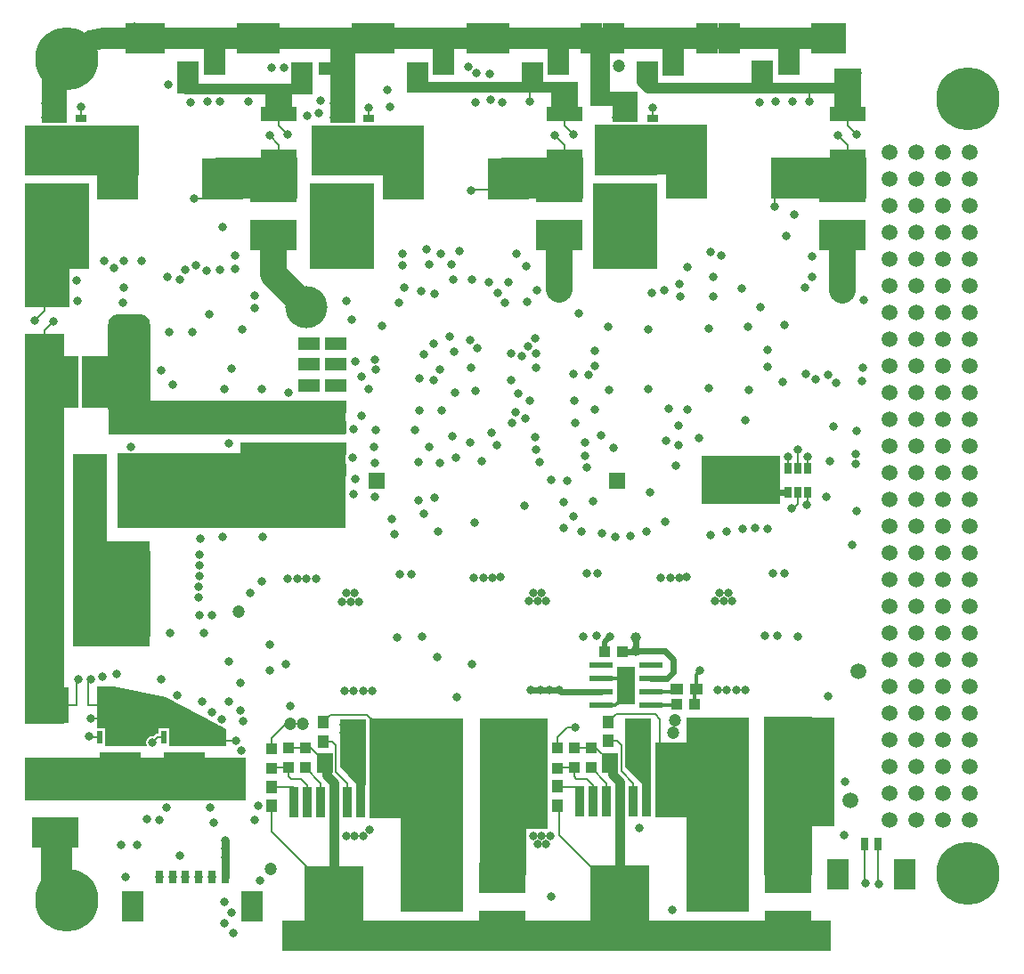
<source format=gtl>
%FSLAX44Y44*%
%MOMM*%
G71*
G01*
G75*
G04 Layer_Physical_Order=1*
G04 Layer_Color=255*
%ADD10C,2.0000*%
%ADD11R,1.0000X1.1000*%
%ADD12R,1.2000X1.1000*%
%ADD13R,4.0000X4.0000*%
%ADD14R,0.6100X1.2700*%
%ADD15R,3.9100X3.7500*%
G04:AMPARAMS|DCode=16|XSize=4mm|YSize=10mm|CornerRadius=1mm|HoleSize=0mm|Usage=FLASHONLY|Rotation=0.000|XOffset=0mm|YOffset=0mm|HoleType=Round|Shape=RoundedRectangle|*
%AMROUNDEDRECTD16*
21,1,4.0000,8.0000,0,0,0.0*
21,1,2.0000,10.0000,0,0,0.0*
1,1,2.0000,1.0000,-4.0000*
1,1,2.0000,-1.0000,-4.0000*
1,1,2.0000,-1.0000,4.0000*
1,1,2.0000,1.0000,4.0000*
%
%ADD16ROUNDEDRECTD16*%
%ADD17R,0.9100X3.0000*%
%ADD18R,5.6000X6.3500*%
%ADD19R,1.0000X0.7000*%
%ADD20R,1.1000X1.1000*%
%ADD21R,1.1000X1.2000*%
%ADD22R,1.5000X1.9000*%
%ADD23R,4.5000X3.0000*%
%ADD24R,6.0000X6.0000*%
%ADD25R,6.0000X2.0000*%
%ADD26R,2.1000X3.0000*%
%ADD27R,0.8000X1.3000*%
%ADD28R,3.5000X1.4000*%
%ADD29R,1.4000X3.5000*%
%ADD30R,0.6500X1.0500*%
%ADD31R,2.0000X1.2000*%
%ADD32R,3.2000X1.0000*%
%ADD33R,2.2000X0.6000*%
%ADD34R,1.8000X3.6000*%
%ADD35C,0.6000*%
%ADD36C,0.5000*%
%ADD37C,0.2000*%
%ADD38C,0.3000*%
%ADD39C,3.0000*%
%ADD40C,0.8000*%
%ADD41C,1.0000*%
%ADD42C,0.9000*%
%ADD43C,2.5000*%
%ADD44R,7.4500X4.6250*%
%ADD45R,9.9750X4.0250*%
%ADD46R,5.1750X10.4000*%
%ADD47R,4.5050X10.5100*%
%ADD48R,6.0000X12.8250*%
%ADD49R,3.6750X7.1250*%
%ADD50R,4.4500X9.4500*%
%ADD51R,3.3500X4.9500*%
%ADD52R,2.7750X4.9500*%
%ADD53R,2.4750X3.0000*%
%ADD54R,1.6750X2.9750*%
%ADD55R,3.4750X1.4000*%
%ADD56R,1.9750X6.4580*%
%ADD57R,1.0000X0.5750*%
%ADD58R,6.0000X14.0500*%
%ADD59R,2.4000X2.8960*%
%ADD60R,6.1000X8.1000*%
%ADD61R,10.7750X4.8000*%
%ADD62R,7.8000X3.9750*%
%ADD63R,2.4320X7.9440*%
%ADD64R,3.8000X37.1000*%
%ADD65R,21.1000X4.0500*%
%ADD66R,10.8840X4.8000*%
%ADD67R,2.4000X6.0670*%
%ADD68R,52.1900X2.9500*%
%ADD69R,4.5050X14.9600*%
%ADD70R,0.9250X1.1250*%
%ADD71R,4.5300X15.0600*%
%ADD72R,4.3240X3.9600*%
%ADD73R,2.0500X3.1000*%
%ADD74R,2.0500X3.1500*%
%ADD75R,2.5750X2.6000*%
%ADD76R,2.0750X2.9750*%
%ADD77R,2.0500X2.4750*%
%ADD78R,2.5250X2.6750*%
%ADD79R,2.0750X1.9250*%
%ADD80R,2.0500X2.6500*%
%ADD81R,2.6500X3.9750*%
%ADD82R,2.0500X3.3750*%
%ADD83R,2.0500X3.8750*%
%ADD84R,2.0500X3.2750*%
%ADD85R,2.0500X3.4000*%
%ADD86R,2.0500X3.1250*%
%ADD87R,2.4250X1.3000*%
%ADD88R,22.6250X3.2250*%
%ADD89R,21.7000X7.1000*%
%ADD90R,3.2250X18.4000*%
%ADD91R,6.9750X10.0250*%
%ADD92R,1.5000X1.5000*%
%ADD93C,2.5000*%
%ADD94C,4.0000*%
%ADD95C,1.5000*%
%ADD96R,1.5000X1.5000*%
%ADD97C,0.8000*%
%ADD98C,1.0000*%
%ADD99C,1.2000*%
%ADD100C,6.0000*%
%ADD101C,1.7000*%
%ADD102C,1.8000*%
%ADD103C,0.6600*%
G36*
X284500Y108788D02*
X283495Y108012D01*
X275853Y110000D01*
X260000Y126500D01*
Y171750D01*
X284500D01*
Y108788D01*
D02*
G37*
G36*
X556000Y109038D02*
X554995Y108261D01*
X547353Y110250D01*
X531500Y126750D01*
Y172000D01*
X556000D01*
Y109038D01*
D02*
G37*
G36*
X94500Y192750D02*
X142780Y167141D01*
X142924Y166924D01*
X144909Y165598D01*
X146155Y165350D01*
X152000Y162250D01*
Y146000D01*
X97950D01*
Y146650D01*
X97950D01*
Y163350D01*
X87850D01*
Y158059D01*
X86250D01*
X86250Y158059D01*
X85079Y157826D01*
X84087Y157163D01*
X82667Y155743D01*
X82004Y155875D01*
X79663Y155409D01*
X77678Y154083D01*
X76352Y152098D01*
X75887Y149757D01*
X76352Y147416D01*
X76550Y147120D01*
X75951Y146000D01*
X36950D01*
Y146650D01*
X36950D01*
Y163350D01*
X29000D01*
Y203000D01*
X45000D01*
X94500Y192750D01*
D02*
G37*
D10*
X33851Y819080D02*
G03*
X15891Y811640I0J-25400D01*
G01*
X158250Y819080D02*
X172110D01*
X192610D01*
X281110D01*
X410860D02*
X499360D01*
X33851D02*
X83610D01*
X158250D01*
X281110D02*
X301860D01*
X390360D01*
X410860D01*
X499360D02*
X718360D01*
D11*
X528999Y236000D02*
D03*
X511999D02*
D03*
X597499Y186000D02*
D03*
X580499D02*
D03*
D12*
X598500Y200500D02*
D03*
X580500D02*
D03*
D13*
X602500Y115500D02*
D03*
X702500D02*
D03*
X331500D02*
D03*
X431500D02*
D03*
X48740Y685880D02*
D03*
X148740D02*
D03*
X320220Y685860D02*
D03*
X420220D02*
D03*
X589560Y686090D02*
D03*
X689560D02*
D03*
D14*
X131000Y155000D02*
D03*
X118300D02*
D03*
X105600D02*
D03*
X92900D02*
D03*
Y101600D02*
D03*
X105600D02*
D03*
X118300D02*
D03*
X131000D02*
D03*
X70000Y155000D02*
D03*
X57300D02*
D03*
X44600D02*
D03*
X31900D02*
D03*
Y101600D02*
D03*
X44600D02*
D03*
X57300D02*
D03*
X70000D02*
D03*
D15*
X111950Y121700D02*
D03*
X50950D02*
D03*
D16*
X59480Y290660D02*
D03*
Y506900D02*
D03*
D17*
X564300Y93400D02*
D03*
X551600D02*
D03*
X538900D02*
D03*
X526200D02*
D03*
X513500D02*
D03*
X500800D02*
D03*
X488100D02*
D03*
X216600Y93150D02*
D03*
X229300D02*
D03*
X242000D02*
D03*
X254700D02*
D03*
X267400D02*
D03*
X280100D02*
D03*
X292800D02*
D03*
D18*
X526200Y1150D02*
D03*
X254700Y900D02*
D03*
D19*
X557000Y724000D02*
D03*
Y733500D02*
D03*
Y743000D02*
D03*
X531000Y743000D02*
D03*
Y733500D02*
D03*
Y724000D02*
D03*
X261750Y723750D02*
D03*
Y733250D02*
D03*
Y742750D02*
D03*
X287750Y742750D02*
D03*
Y733250D02*
D03*
Y723750D02*
D03*
X13750Y723750D02*
D03*
Y733250D02*
D03*
Y742750D02*
D03*
X-12250Y742750D02*
D03*
Y733250D02*
D03*
Y723750D02*
D03*
D20*
X498600Y144900D02*
D03*
Y125900D02*
D03*
X482600Y144900D02*
D03*
Y125900D02*
D03*
X466500Y125250D02*
D03*
Y144250D02*
D03*
X227100Y144650D02*
D03*
Y125650D02*
D03*
X211100Y144650D02*
D03*
Y125650D02*
D03*
X195000Y125000D02*
D03*
Y144000D02*
D03*
D21*
X515500Y169000D02*
D03*
Y151000D02*
D03*
X244000Y168750D02*
D03*
Y150750D02*
D03*
X195000Y107500D02*
D03*
Y89500D02*
D03*
X466500Y107750D02*
D03*
Y89750D02*
D03*
D22*
X517000Y130000D02*
D03*
X548000D02*
D03*
X245500Y129750D02*
D03*
X276500D02*
D03*
D23*
X197090Y631830D02*
D03*
Y677830D02*
D03*
X468570Y631810D02*
D03*
Y677810D02*
D03*
X737910Y632040D02*
D03*
Y678040D02*
D03*
X414700Y-25150D02*
D03*
Y20850D02*
D03*
X686200Y-24900D02*
D03*
Y21100D02*
D03*
X-10500Y64000D02*
D03*
Y110000D02*
D03*
D24*
X-8910Y650730D02*
D03*
X263000Y650900D02*
D03*
X532000D02*
D03*
X347500Y17950D02*
D03*
X619000Y18200D02*
D03*
D25*
X-8910Y698830D02*
D03*
X263000Y699000D02*
D03*
X532000D02*
D03*
X347500Y-30150D02*
D03*
X619000Y-29900D02*
D03*
D26*
X83610Y819080D02*
D03*
X172110D02*
D03*
X390360D02*
D03*
X301860D02*
D03*
X520359Y819080D02*
D03*
X608859D02*
D03*
X281110Y819080D02*
D03*
X192610D02*
D03*
X410860D02*
D03*
X499360D02*
D03*
X718360Y819130D02*
D03*
X629860D02*
D03*
X62890Y-6380D02*
D03*
X176390D02*
D03*
X733390Y24620D02*
D03*
X796890D02*
D03*
D27*
X109250Y790700D02*
D03*
X121750D02*
D03*
X134250D02*
D03*
X146750D02*
D03*
X365000D02*
D03*
X352500D02*
D03*
X340000D02*
D03*
X327500D02*
D03*
X545999Y790700D02*
D03*
X558499D02*
D03*
X570999D02*
D03*
X583499D02*
D03*
X255750Y790700D02*
D03*
X243250D02*
D03*
X230750D02*
D03*
X218250D02*
D03*
X436500D02*
D03*
X449000D02*
D03*
X461500D02*
D03*
X474000D02*
D03*
X693000Y790750D02*
D03*
X680500D02*
D03*
X668000D02*
D03*
X655500D02*
D03*
X125750Y22000D02*
D03*
X113250D02*
D03*
X100750D02*
D03*
X88250D02*
D03*
X138250D02*
D03*
X150750D02*
D03*
X758750Y53000D02*
D03*
X771250D02*
D03*
D28*
X-21000Y571500D02*
D03*
Y530500D02*
D03*
X202090Y747330D02*
D03*
Y706330D02*
D03*
X473570Y706310D02*
D03*
Y747310D02*
D03*
X742910Y747540D02*
D03*
Y706540D02*
D03*
D29*
X36500Y185000D02*
D03*
X-4500D02*
D03*
D30*
X685750Y387500D02*
D03*
X695250D02*
D03*
X704750D02*
D03*
Y410000D02*
D03*
X695250D02*
D03*
X685750D02*
D03*
D31*
X255750Y409000D02*
D03*
X230750D02*
D03*
X255750Y429000D02*
D03*
X230750D02*
D03*
X255750Y449000D02*
D03*
X230750D02*
D03*
X255750Y469000D02*
D03*
X230750D02*
D03*
X255750Y489000D02*
D03*
X230750D02*
D03*
X255750Y509000D02*
D03*
X230750D02*
D03*
X255750Y529000D02*
D03*
X230750D02*
D03*
D32*
X22000Y415000D02*
D03*
X70000D02*
D03*
X22000Y395000D02*
D03*
X70000D02*
D03*
X22000Y375000D02*
D03*
X70000D02*
D03*
D33*
X508000Y223050D02*
D03*
Y210350D02*
D03*
Y197650D02*
D03*
Y184950D02*
D03*
X556000Y223050D02*
D03*
Y210350D02*
D03*
Y197650D02*
D03*
Y184950D02*
D03*
D34*
X532000Y204000D02*
D03*
D35*
X624360Y398780D02*
X635640Y387500D01*
X685750D01*
X528999Y236000D02*
X541250D01*
X468290Y199600D02*
X470240Y197650D01*
X508000D01*
X541750Y240000D02*
Y249250D01*
Y236500D02*
X569000D01*
X577250Y228250D01*
Y216750D02*
Y228250D01*
X570850Y210350D02*
X577250Y216750D01*
X556000Y210350D02*
X570850D01*
X441540Y199600D02*
X468290D01*
D36*
X511999Y244999D02*
X517000Y250000D01*
X511999Y236000D02*
Y244999D01*
D37*
X476250Y164000D02*
X483500D01*
X466500Y154250D02*
X476250Y164000D01*
X508000Y184950D02*
X509200Y183750D01*
X292000Y91500D02*
Y169750D01*
X285750Y176000D02*
X292000Y169750D01*
X251250Y176000D02*
X285750D01*
X466500Y89750D02*
X468250Y88000D01*
Y61750D02*
Y88000D01*
Y61750D02*
X526200Y3800D01*
X36500Y172250D02*
Y185000D01*
X23000Y172250D02*
X36500D01*
X422800Y119150D02*
Y142200D01*
X666550Y172200D02*
X694300D01*
X564250Y92500D02*
Y171750D01*
X559750Y176250D02*
X564250Y171750D01*
Y92500D02*
X565000Y91750D01*
X134493Y151507D02*
X161508D01*
X19000Y157250D02*
X21250Y155000D01*
X31900D01*
X82004Y149757D02*
Y150754D01*
X86250Y155000D01*
X92900D01*
X201500Y771000D02*
X230000D01*
X10000Y185000D02*
Y210000D01*
X694300Y119400D02*
Y172200D01*
X21000Y185000D02*
Y210000D01*
X466500Y107100D02*
X488100D01*
X466000D02*
X466500D01*
X195000Y106850D02*
X216600D01*
X194500D02*
X195000D01*
X557000Y743000D02*
Y753000D01*
X287750Y742750D02*
Y753250D01*
X771250Y16500D02*
X772500Y15250D01*
X689422Y371828D02*
X690000Y371250D01*
X742910Y736320D02*
Y747540D01*
Y736320D02*
X751420Y727810D01*
X742910Y706540D02*
Y718020D01*
X733820Y727110D02*
X742910Y718020D01*
X673820Y670350D02*
X689560Y686090D01*
X673820Y659210D02*
Y670350D01*
X473570Y736090D02*
Y747310D01*
Y736090D02*
X482080Y727580D01*
X473570Y706310D02*
Y717790D01*
X464480Y726880D02*
X473570Y717790D01*
X129860Y667000D02*
X148740Y685880D01*
X193000Y726900D02*
X202090Y717810D01*
Y706330D02*
Y717810D01*
Y736110D02*
X210600Y727600D01*
X202090Y736110D02*
Y747330D01*
X-4500Y185000D02*
X10000D01*
X21000D02*
X36500D01*
X195000Y65000D02*
X254700Y5300D01*
X195000Y65000D02*
Y89500D01*
X256000Y121850D02*
Y147000D01*
X211100Y144650D02*
X227100D01*
X199500Y125650D02*
X211100D01*
X229300Y93150D02*
Y108750D01*
X223100Y114950D02*
X229300Y108750D01*
X213500Y114950D02*
X223100D01*
X211100Y117350D02*
X213500Y114950D01*
X211100Y117350D02*
Y125650D01*
X242000Y93150D02*
Y110750D01*
X227100Y125650D02*
X242000Y110750D01*
X267400Y93150D02*
Y110450D01*
X256000Y121850D02*
X267400Y110450D01*
X252250Y150750D02*
X256000Y147000D01*
X244000Y150750D02*
X252250D01*
X244000Y168750D02*
X251250Y176000D01*
X227100Y144650D02*
X232100D01*
X245500Y131250D01*
X515500Y151000D02*
X523750D01*
X527500Y147250D01*
X538900Y93400D02*
Y110700D01*
X527500Y122100D02*
Y147250D01*
Y122100D02*
X538900Y110700D01*
X498600Y125900D02*
X513500Y111000D01*
Y93400D02*
Y111000D01*
X482600Y117600D02*
Y125900D01*
X500800Y93400D02*
Y109000D01*
X482600Y117600D02*
X485000Y115200D01*
X494600D02*
X500800Y109000D01*
X485000Y115200D02*
X494600D01*
X471000Y125900D02*
X482600D01*
X482600Y144900D02*
X498600D01*
X503600D01*
X517000Y131500D01*
X522750Y176250D02*
X559750D01*
X515500Y169000D02*
X522750Y176250D01*
X195000Y144000D02*
Y153750D01*
X466500Y144250D02*
Y154250D01*
X-21000Y530500D02*
Y541500D01*
X-12600Y549900D01*
X-21000Y560000D02*
Y571500D01*
X-30400Y550600D02*
X-21000Y560000D01*
X440771Y759479D02*
Y772500D01*
X706535Y759465D02*
Y771750D01*
X685750Y410000D02*
Y421750D01*
X695250Y410000D02*
Y428000D01*
X704750Y410000D02*
Y421500D01*
Y375750D02*
Y387500D01*
X695250Y376500D02*
Y387500D01*
X771250Y16500D02*
Y53000D01*
X13750Y742750D02*
Y753500D01*
X13500Y753750D02*
X13750Y753500D01*
X121250Y667000D02*
X129860Y667000D01*
X384500Y674750D02*
X385396Y675646D01*
X410006D01*
X404480Y670120D02*
X410006Y675646D01*
X420220Y685860D01*
X758750Y15500D02*
Y53000D01*
X690000Y371250D02*
X695250Y376500D01*
X161508Y151492D02*
Y151507D01*
Y151492D02*
X162000Y151000D01*
X704732Y375768D02*
X704750Y375750D01*
X704034Y375768D02*
X704732D01*
X195000Y153750D02*
X208250Y167000D01*
X213000D01*
D38*
X598500Y214000D02*
X602500Y218000D01*
X598500Y200500D02*
Y214000D01*
X522200Y184950D02*
X532000Y194750D01*
X508000Y184950D02*
X522200D01*
X508000Y210350D02*
X525650D01*
X597499Y186000D02*
Y199499D01*
X556000Y184950D02*
X579449D01*
X556000Y197650D02*
X577650D01*
D39*
X-10000Y10000D02*
Y60500D01*
Y10000D02*
X0Y0D01*
D40*
X150750Y22000D02*
Y56500D01*
X150750Y56500D01*
D41*
X547000Y777750D02*
X553000Y771750D01*
X706535D01*
X113750Y771250D02*
X210000D01*
X340000Y772500D02*
X440771D01*
X475000D01*
X706535Y771750D02*
X747500D01*
D42*
X526200Y3800D02*
Y93400D01*
Y1150D02*
Y3800D01*
X254700Y5300D02*
Y93150D01*
Y900D02*
Y5300D01*
Y93150D02*
Y111780D01*
X247960Y118520D02*
X254700Y111780D01*
X247960Y118520D02*
Y127290D01*
X526200Y93400D02*
Y112030D01*
X519460Y118770D02*
Y127540D01*
Y118770D02*
X526200Y112030D01*
D43*
X737910Y579910D02*
Y632040D01*
X468570Y580430D02*
Y631810D01*
X197090Y595160D02*
X228250Y564000D01*
X197090Y595160D02*
Y631830D01*
D44*
X641000Y399125D02*
D03*
D45*
X215625Y414875D02*
D03*
D46*
X705125Y122000D02*
D03*
D47*
X435525Y120200D02*
D03*
D48*
X619000Y109375D02*
D03*
D49*
X578125Y114125D02*
D03*
D50*
X310000Y125250D02*
D03*
D51*
X-6000Y492750D02*
D03*
D52*
X28375D02*
D03*
D53*
X68375Y819000D02*
D03*
D54*
X732375Y819125D02*
D03*
D55*
X522125Y761500D02*
D03*
D56*
X507125Y786790D02*
D03*
D57*
X557750Y778375D02*
D03*
D58*
X347500Y102250D02*
D03*
D59*
X530910Y754020D02*
D03*
D60*
X531410Y640540D02*
D03*
X262070Y640310D02*
D03*
X-9410Y640330D02*
D03*
D61*
X555785Y713040D02*
D03*
X286445Y712810D02*
D03*
D62*
X721410Y686165D02*
D03*
X452070Y685935D02*
D03*
X180590Y685955D02*
D03*
D63*
X262410Y779030D02*
D03*
D64*
X-21000Y352500D02*
D03*
D65*
X65500Y115250D02*
D03*
D66*
X14420Y712830D02*
D03*
D67*
X-11910Y769665D02*
D03*
D68*
X466050Y-33750D02*
D03*
D69*
X414775Y97950D02*
D03*
D70*
X280125Y105875D02*
D03*
X551625Y106125D02*
D03*
D71*
X686150Y98700D02*
D03*
D72*
X-18280Y583300D02*
D03*
D73*
X115500Y781750D02*
D03*
D74*
X224250Y781500D02*
D03*
D75*
X202125Y763250D02*
D03*
D76*
X333875Y782375D02*
D03*
D77*
X442750Y784875D02*
D03*
D78*
X473625Y764125D02*
D03*
D79*
X552375Y787625D02*
D03*
D80*
X661750Y785000D02*
D03*
D81*
X742750Y770875D02*
D03*
D82*
X577250Y800875D02*
D03*
D83*
X686750Y803625D02*
D03*
D84*
X467750Y800625D02*
D03*
D85*
X358750Y801250D02*
D03*
D86*
X140500Y799875D02*
D03*
D87*
X251375Y790750D02*
D03*
D88*
X152625Y458875D02*
D03*
D89*
X157250Y389000D02*
D03*
D90*
X22125Y332500D02*
D03*
D91*
X44625Y290625D02*
D03*
D92*
X295000Y398780D02*
D03*
X523500D02*
D03*
D93*
X187480D02*
D03*
D94*
X624360D02*
D03*
X228250Y374000D02*
D03*
Y564000D02*
D03*
D95*
X1600Y507400D02*
D03*
X27000D02*
D03*
X1600Y482000D02*
D03*
X782320Y711200D02*
D03*
X807720D02*
D03*
X782320Y685800D02*
D03*
X807720D02*
D03*
X782320Y660400D02*
D03*
X807720D02*
D03*
X782320Y635000D02*
D03*
X807720D02*
D03*
X782320Y609600D02*
D03*
X807720D02*
D03*
X782320Y584200D02*
D03*
X807720D02*
D03*
X782320Y558800D02*
D03*
X807720D02*
D03*
X782320Y533400D02*
D03*
X807720D02*
D03*
X782320Y508000D02*
D03*
X807720D02*
D03*
X782320Y482600D02*
D03*
X807720D02*
D03*
X782320Y457200D02*
D03*
X807720D02*
D03*
X782320Y431800D02*
D03*
X807720D02*
D03*
X782320Y406400D02*
D03*
X807720D02*
D03*
X782320Y381000D02*
D03*
X807720D02*
D03*
X782320Y355600D02*
D03*
X807720D02*
D03*
X782320Y330200D02*
D03*
X807720D02*
D03*
X782320Y304800D02*
D03*
X807720D02*
D03*
X782320Y279400D02*
D03*
X807720D02*
D03*
X782320Y254000D02*
D03*
X807720D02*
D03*
X782320Y228600D02*
D03*
X807720D02*
D03*
X782320Y203200D02*
D03*
X807720D02*
D03*
X782320Y177800D02*
D03*
X807720D02*
D03*
X782320Y152400D02*
D03*
X807720D02*
D03*
X782320Y127000D02*
D03*
X807720D02*
D03*
X782320Y101600D02*
D03*
X807720D02*
D03*
X782320Y76200D02*
D03*
X807720D02*
D03*
X833120Y711200D02*
D03*
X858520D02*
D03*
X833120Y685800D02*
D03*
X858520D02*
D03*
X833120Y660400D02*
D03*
X858520D02*
D03*
X833120Y635000D02*
D03*
X858520D02*
D03*
X833120Y609600D02*
D03*
X858520D02*
D03*
X833120Y584200D02*
D03*
X858520D02*
D03*
X833120Y558800D02*
D03*
X858520D02*
D03*
X833120Y533400D02*
D03*
X858520D02*
D03*
X833120Y508000D02*
D03*
X858520D02*
D03*
X833120Y482600D02*
D03*
X858520D02*
D03*
X833120Y457200D02*
D03*
X858520D02*
D03*
X833120Y431800D02*
D03*
X858520D02*
D03*
X833120Y406400D02*
D03*
X858520D02*
D03*
X833120Y381000D02*
D03*
X858520D02*
D03*
X833120Y355600D02*
D03*
X858520D02*
D03*
X833120Y330200D02*
D03*
X858520D02*
D03*
X833120Y304800D02*
D03*
X858520D02*
D03*
X833120Y279400D02*
D03*
X858520D02*
D03*
X833120Y254000D02*
D03*
X858520D02*
D03*
X833120Y228600D02*
D03*
X858520D02*
D03*
X833120Y203200D02*
D03*
X858520D02*
D03*
X833120Y177800D02*
D03*
X858520D02*
D03*
X833120Y152400D02*
D03*
X858520D02*
D03*
X833120Y127000D02*
D03*
X858520D02*
D03*
X833120Y101600D02*
D03*
X858520D02*
D03*
X833120Y76200D02*
D03*
X858520D02*
D03*
X744960Y94540D02*
D03*
X753000Y217000D02*
D03*
D96*
X27000Y482000D02*
D03*
D97*
X483500Y164000D02*
D03*
X602500Y218000D02*
D03*
X535500Y167000D02*
D03*
X551500D02*
D03*
X543500D02*
D03*
X551500Y159000D02*
D03*
X543500D02*
D03*
X627500Y350500D02*
D03*
X551750Y350500D02*
D03*
X536000Y346000D02*
D03*
X663999Y251000D02*
D03*
X76500Y77000D02*
D03*
X67250Y52250D02*
D03*
X126250Y328250D02*
D03*
X34000Y212000D02*
D03*
X48000Y215000D02*
D03*
X695034Y250012D02*
D03*
X522000Y344750D02*
D03*
X489389Y350389D02*
D03*
X583500Y574000D02*
D03*
X309750Y362000D02*
D03*
X312099Y347901D02*
D03*
X157500Y113750D02*
D03*
X166000D02*
D03*
X21500Y155750D02*
D03*
X23000Y172250D02*
D03*
X-5000Y128500D02*
D03*
X-32000Y128250D02*
D03*
X-23000D02*
D03*
X-14000Y128500D02*
D03*
X4250Y128750D02*
D03*
X82004Y149757D02*
D03*
X166008Y122506D02*
D03*
X157508D02*
D03*
X95000Y87500D02*
D03*
X52000Y52500D02*
D03*
X275000Y400250D02*
D03*
X293500Y383500D02*
D03*
X273000Y385500D02*
D03*
X335000Y380000D02*
D03*
X555000Y387500D02*
D03*
X569000Y359750D02*
D03*
X460750Y399500D02*
D03*
X579500Y412500D02*
D03*
X494500Y411000D02*
D03*
X304750Y770000D02*
D03*
X350000Y576000D02*
D03*
X98500Y253500D02*
D03*
X54003Y567778D02*
D03*
X89750Y503500D02*
D03*
X158250Y819080D02*
D03*
X160258Y612780D02*
D03*
X319250Y603500D02*
D03*
X299750Y545750D02*
D03*
X642000Y581000D02*
D03*
X702250Y582250D02*
D03*
X583000Y585500D02*
D03*
X691820Y651500D02*
D03*
X722250Y382950D02*
D03*
X64500Y830000D02*
D03*
Y819750D02*
D03*
Y809250D02*
D03*
X401750Y829750D02*
D03*
Y819500D02*
D03*
Y809000D02*
D03*
X292500Y829500D02*
D03*
Y819250D02*
D03*
Y808750D02*
D03*
X736250D02*
D03*
Y819250D02*
D03*
Y829500D02*
D03*
X724250Y193250D02*
D03*
X482250Y365000D02*
D03*
X504000Y250750D02*
D03*
X612750Y346500D02*
D03*
X435500Y374500D02*
D03*
X335500Y465250D02*
D03*
X404500Y444250D02*
D03*
X370268Y420271D02*
D03*
X328750Y813250D02*
D03*
X240000Y748000D02*
D03*
X570500Y436500D02*
D03*
X126302Y318092D02*
D03*
X138250Y22000D02*
D03*
X751250Y369500D02*
D03*
X667000Y507000D02*
D03*
Y523000D02*
D03*
X321000Y582000D02*
D03*
X315750Y567500D02*
D03*
X349000Y529000D02*
D03*
X417000Y567500D02*
D03*
X422750Y519250D02*
D03*
X655000Y353250D02*
D03*
X643000Y352750D02*
D03*
X388750Y484000D02*
D03*
X689422Y371828D02*
D03*
X487000Y557250D02*
D03*
X519750Y429500D02*
D03*
X502750Y522250D02*
D03*
X524160Y619040D02*
D03*
X524160Y604040D02*
D03*
X554160Y619040D02*
D03*
X509160D02*
D03*
X509160Y604040D02*
D03*
X546660Y611540D02*
D03*
X531660D02*
D03*
X645500Y455750D02*
D03*
X500500Y379250D02*
D03*
X508250Y442000D02*
D03*
X483250Y475000D02*
D03*
X483750Y453500D02*
D03*
X492750Y435250D02*
D03*
Y422500D02*
D03*
X476250Y398250D02*
D03*
X336000Y496250D02*
D03*
X339500Y519000D02*
D03*
X294500Y446750D02*
D03*
X280500Y460000D02*
D03*
X383750Y435250D02*
D03*
X293250Y415000D02*
D03*
X395000Y417000D02*
D03*
X353500Y350250D02*
D03*
X314100Y249650D02*
D03*
X352250Y230500D02*
D03*
X340000Y367500D02*
D03*
X473000Y353500D02*
D03*
X350000Y382250D02*
D03*
X708785Y611530D02*
D03*
X174500Y292000D02*
D03*
X126250Y308000D02*
D03*
X228000Y305250D02*
D03*
X553500Y485750D02*
D03*
X610500Y486500D02*
D03*
Y543500D02*
D03*
X553500Y542750D02*
D03*
X622750Y613000D02*
D03*
X157000Y-12500D02*
D03*
X150500Y-22000D02*
D03*
X158500Y-31500D02*
D03*
X150000Y-2000D02*
D03*
X150750Y56500D02*
D03*
Y48750D02*
D03*
Y40750D02*
D03*
X402750Y785500D02*
D03*
X734250Y785750D02*
D03*
X743000D02*
D03*
X751750Y786000D02*
D03*
X690000Y759000D02*
D03*
X751420Y727810D02*
D03*
X733820Y727110D02*
D03*
X674660Y759070D02*
D03*
X658660Y758650D02*
D03*
X538910Y757790D02*
D03*
X530910Y764040D02*
D03*
X522910Y758040D02*
D03*
X530910Y751790D02*
D03*
X673820Y659210D02*
D03*
X539160Y619040D02*
D03*
X516660Y611540D02*
D03*
X539160Y604040D02*
D03*
X557000Y753000D02*
D03*
X414500Y758500D02*
D03*
X482080Y727580D02*
D03*
X464480Y726880D02*
D03*
X403705Y760455D02*
D03*
X389320Y758420D02*
D03*
X270570Y757560D02*
D03*
X262570Y763810D02*
D03*
X254570Y757810D02*
D03*
X254570Y743560D02*
D03*
X262570Y751560D02*
D03*
X384500Y674750D02*
D03*
X284820Y618810D02*
D03*
X269820D02*
D03*
X277320Y611310D02*
D03*
X262320D02*
D03*
X287750Y753250D02*
D03*
X160500Y600000D02*
D03*
X117840Y758440D02*
D03*
X133840Y758860D02*
D03*
X145750Y758750D02*
D03*
X193000Y726900D02*
D03*
X210600Y727600D02*
D03*
X590500Y466500D02*
D03*
X572750Y467000D02*
D03*
X516000Y485000D02*
D03*
X515500Y545000D02*
D03*
X135500Y556500D02*
D03*
X157250Y504750D02*
D03*
X178998Y562999D02*
D03*
Y574999D02*
D03*
X98000Y539500D02*
D03*
X120000Y539500D02*
D03*
X149750Y486000D02*
D03*
X90000Y209750D02*
D03*
X23000Y210000D02*
D03*
X11000D02*
D03*
X667000Y353000D02*
D03*
X739250Y61500D02*
D03*
X576000Y-10000D02*
D03*
X460830Y3170D02*
D03*
X184000Y18000D02*
D03*
X338000Y250000D02*
D03*
X694000Y168000D02*
D03*
X703000D02*
D03*
X545000Y68000D02*
D03*
X371000Y193000D02*
D03*
X179000Y76000D02*
D03*
X740250Y112000D02*
D03*
X625000Y284000D02*
D03*
X448000D02*
D03*
Y53000D02*
D03*
X456000D02*
D03*
X460000Y61000D02*
D03*
X452000D02*
D03*
X444000D02*
D03*
X288000Y67000D02*
D03*
X282000Y61000D02*
D03*
X274000D02*
D03*
X266000D02*
D03*
X522000Y116000D02*
D03*
X505040Y310100D02*
D03*
X494540Y310350D02*
D03*
X385890Y224250D02*
D03*
X450540Y199600D02*
D03*
X468290D02*
D03*
X459290D02*
D03*
X441540D02*
D03*
X491390Y250250D02*
D03*
X682430Y310120D02*
D03*
X671930Y310370D02*
D03*
X582680Y305870D02*
D03*
X573930D02*
D03*
X564930D02*
D03*
X645680Y199620D02*
D03*
X636680D02*
D03*
X618930D02*
D03*
X627930D02*
D03*
X208600Y223650D02*
D03*
X327750Y309500D02*
D03*
X317250Y309750D02*
D03*
X237000Y305250D02*
D03*
X113250Y22000D02*
D03*
X88250D02*
D03*
X100750D02*
D03*
X125750D02*
D03*
X129000Y188750D02*
D03*
X138500Y178250D02*
D03*
X88750Y75750D02*
D03*
X441000Y-35750D02*
D03*
X451000D02*
D03*
Y-25750D02*
D03*
X441000D02*
D03*
X311000Y-35750D02*
D03*
Y-25750D02*
D03*
X381000Y-35750D02*
D03*
X391000D02*
D03*
X381000Y-25750D02*
D03*
X391000D02*
D03*
X211000Y-35750D02*
D03*
X221000D02*
D03*
X231000D02*
D03*
X241000D02*
D03*
X251000D02*
D03*
X261000D02*
D03*
X271000D02*
D03*
X281000D02*
D03*
X291000D02*
D03*
X301000D02*
D03*
Y-25750D02*
D03*
X291000D02*
D03*
X281000D02*
D03*
X271000D02*
D03*
X261000D02*
D03*
X251000D02*
D03*
X241000D02*
D03*
X231000D02*
D03*
X221000D02*
D03*
X211000D02*
D03*
X13500Y753750D02*
D03*
X-11910Y751580D02*
D03*
X-19910Y757830D02*
D03*
X-3910Y757580D02*
D03*
X-11910Y763830D02*
D03*
X-20000Y744000D02*
D03*
X121250Y667000D02*
D03*
X-27910Y618830D02*
D03*
X-12910D02*
D03*
X2090D02*
D03*
X17090D02*
D03*
X9590Y611330D02*
D03*
X-5410D02*
D03*
X-20410D02*
D03*
X17090Y603830D02*
D03*
X2090D02*
D03*
X-12910D02*
D03*
X-27910D02*
D03*
X482500Y-35500D02*
D03*
X492500D02*
D03*
X502500D02*
D03*
X482500Y-25500D02*
D03*
X492500D02*
D03*
X512500Y-35500D02*
D03*
X502500Y-25500D02*
D03*
X512500D02*
D03*
X522500Y-35500D02*
D03*
X532500D02*
D03*
X522500Y-25500D02*
D03*
X532500D02*
D03*
X542500Y-35500D02*
D03*
Y-25500D02*
D03*
X552500Y-35500D02*
D03*
X562500D02*
D03*
X572500D02*
D03*
X552500Y-25500D02*
D03*
X562500D02*
D03*
X572500D02*
D03*
X582500Y-35500D02*
D03*
Y-25500D02*
D03*
X722500D02*
D03*
Y-35500D02*
D03*
X652500D02*
D03*
Y-25500D02*
D03*
X662500Y-35500D02*
D03*
Y-25500D02*
D03*
X712500Y-35500D02*
D03*
Y-25500D02*
D03*
X535500Y159000D02*
D03*
X432000Y159000D02*
D03*
X423000D02*
D03*
X414000D02*
D03*
Y168000D02*
D03*
X423000D02*
D03*
X432000D02*
D03*
X685000Y159000D02*
D03*
X694000D02*
D03*
X703000D02*
D03*
X685000Y168000D02*
D03*
X-30400Y550600D02*
D03*
X-12600Y549900D02*
D03*
X10000Y588800D02*
D03*
X10700Y569800D02*
D03*
X54250Y582000D02*
D03*
X166750Y542750D02*
D03*
X337500Y579000D02*
D03*
X390000Y786000D02*
D03*
X307500Y753750D02*
D03*
X229000Y746000D02*
D03*
X173000Y759000D02*
D03*
X207250Y791500D02*
D03*
X194750D02*
D03*
X706535Y759465D02*
D03*
X440771Y759479D02*
D03*
X54500Y607250D02*
D03*
X45000Y601000D02*
D03*
X35500Y607250D02*
D03*
X568500Y579250D02*
D03*
X685750Y421750D02*
D03*
X695250Y428000D02*
D03*
X704750Y421500D02*
D03*
X97000Y775000D02*
D03*
X759750Y15500D02*
D03*
X772500Y15250D02*
D03*
X131000Y254000D02*
D03*
X280000Y158750D02*
D03*
Y166750D02*
D03*
X272000D02*
D03*
X264000Y158750D02*
D03*
X272000D02*
D03*
X264000Y166750D02*
D03*
X282000Y199000D02*
D03*
X264250D02*
D03*
X291000D02*
D03*
X273250D02*
D03*
X405290Y305850D02*
D03*
X396540D02*
D03*
X387540D02*
D03*
X387750Y358750D02*
D03*
X127000Y343750D02*
D03*
X148500Y345500D02*
D03*
X482000Y500000D02*
D03*
X409520Y432021D02*
D03*
X423500Y453250D02*
D03*
X449500Y416250D02*
D03*
X446250Y427750D02*
D03*
X427250Y464000D02*
D03*
X440750Y474750D02*
D03*
X445750Y439750D02*
D03*
X436127Y457873D02*
D03*
X496250Y499000D02*
D03*
X502524Y507775D02*
D03*
X472500Y378000D02*
D03*
X648282Y545027D02*
D03*
X502750Y466000D02*
D03*
X186500Y345500D02*
D03*
X345000Y430250D02*
D03*
X355000Y415750D02*
D03*
X186009Y485774D02*
D03*
X456000Y284000D02*
D03*
X440000D02*
D03*
X444000Y292000D02*
D03*
X452000D02*
D03*
X412999Y306999D02*
D03*
X616980Y284020D02*
D03*
X629000Y292000D02*
D03*
X621000D02*
D03*
X589999Y306999D02*
D03*
X633000Y284000D02*
D03*
X126000Y287750D02*
D03*
X138000Y271000D02*
D03*
X126250Y271000D02*
D03*
X107750Y41750D02*
D03*
X56500Y22000D02*
D03*
X219250Y305250D02*
D03*
X272500Y420750D02*
D03*
X522750Y744250D02*
D03*
X242000Y760000D02*
D03*
X221500Y770000D02*
D03*
X111000Y814000D02*
D03*
X126000Y297980D02*
D03*
X210250Y305250D02*
D03*
X186000Y302500D02*
D03*
X262300Y283400D02*
D03*
X278000Y283000D02*
D03*
X274000Y292000D02*
D03*
X270000Y283000D02*
D03*
X266000Y292000D02*
D03*
X335000Y416000D02*
D03*
X239820Y618810D02*
D03*
X254820D02*
D03*
X247320Y611310D02*
D03*
X271500Y551750D02*
D03*
X293000Y514000D02*
D03*
X280250Y497250D02*
D03*
X294250Y504000D02*
D03*
X355250Y504500D02*
D03*
X349250Y494000D02*
D03*
X287500Y485500D02*
D03*
X274250Y511750D02*
D03*
X256000Y508750D02*
D03*
X255250Y488500D02*
D03*
X230750Y509000D02*
D03*
Y489000D02*
D03*
X71500Y607750D02*
D03*
X108250Y590250D02*
D03*
X123250Y603500D02*
D03*
X113000Y599500D02*
D03*
X95750Y592000D02*
D03*
X133250Y598250D02*
D03*
X708750Y592500D02*
D03*
X615250D02*
D03*
X615000Y573750D02*
D03*
X659750Y563250D02*
D03*
X-29750Y173000D02*
D03*
Y182000D02*
D03*
Y191000D02*
D03*
Y200250D02*
D03*
X61250Y431000D02*
D03*
X100750Y490250D02*
D03*
X148750Y640000D02*
D03*
X146000Y599500D02*
D03*
X284820Y603810D02*
D03*
X319500Y614250D02*
D03*
X345000Y604500D02*
D03*
X447750Y580000D02*
D03*
X385500Y590250D02*
D03*
X368000Y589750D02*
D03*
X366250Y604500D02*
D03*
X373518Y617280D02*
D03*
X356017Y614280D02*
D03*
X342017Y618530D02*
D03*
X554160Y604040D02*
D03*
X556571Y577429D02*
D03*
X590250Y601500D02*
D03*
X612280Y616280D02*
D03*
X684750Y631000D02*
D03*
X381750Y792500D02*
D03*
X140250Y73000D02*
D03*
X105000Y194500D02*
D03*
X137000Y87500D02*
D03*
X182000Y89750D02*
D03*
X166000Y141750D02*
D03*
X161508Y151507D02*
D03*
X167920Y170000D02*
D03*
X154750Y188500D02*
D03*
X165750Y206500D02*
D03*
X154250Y227000D02*
D03*
X193000Y243000D02*
D03*
X211000Y482000D02*
D03*
X154750Y434250D02*
D03*
X193000Y218250D02*
D03*
X147250Y171250D02*
D03*
X165000Y180000D02*
D03*
X212500Y184250D02*
D03*
X704034Y375768D02*
D03*
X292500Y430250D02*
D03*
X648500Y485000D02*
D03*
X751000Y446000D02*
D03*
X726035Y417520D02*
D03*
X750250Y414250D02*
D03*
X729500Y449750D02*
D03*
X747000Y337250D02*
D03*
X731750Y491500D02*
D03*
X680900Y492850D02*
D03*
X757250Y506250D02*
D03*
X724000Y499000D02*
D03*
X702750Y500000D02*
D03*
X712035Y495024D02*
D03*
X750250Y424250D02*
D03*
X758250Y570750D02*
D03*
X445272Y534276D02*
D03*
X582000Y451250D02*
D03*
X582250Y432250D02*
D03*
X601029Y439021D02*
D03*
X756750Y493250D02*
D03*
X682750Y546250D02*
D03*
X410500Y577000D02*
D03*
X402000Y587000D02*
D03*
X436771Y602279D02*
D03*
X446750Y506250D02*
D03*
Y519500D02*
D03*
X432750Y516775D02*
D03*
X429750Y481750D02*
D03*
X422750Y494500D02*
D03*
X438750Y526250D02*
D03*
X364000Y535500D02*
D03*
X367250Y440500D02*
D03*
X356750Y465500D02*
D03*
X369500Y482500D02*
D03*
X331266Y447022D02*
D03*
X273263Y447272D02*
D03*
X517000Y250000D02*
D03*
X-2999Y47499D02*
D03*
X269820Y603810D02*
D03*
X265750Y569250D02*
D03*
X239820Y603810D02*
D03*
X254820D02*
D03*
X385019Y506025D02*
D03*
X427500Y614500D02*
D03*
X420521Y587029D02*
D03*
X437750Y568750D02*
D03*
X368518Y521275D02*
D03*
X390250Y524250D02*
D03*
X384269Y532526D02*
D03*
X675783Y250762D02*
D03*
X509500Y348500D02*
D03*
D98*
X541750Y249250D02*
D03*
Y236500D02*
D03*
D99*
X525026Y793039D02*
D03*
X194000Y29080D02*
D03*
X225000Y167000D02*
D03*
X213000D02*
D03*
X163750Y274250D02*
D03*
X579000Y171000D02*
D03*
X577000Y159000D02*
D03*
X100000Y415000D02*
D03*
Y400000D02*
D03*
Y385000D02*
D03*
Y370000D02*
D03*
X85000Y400000D02*
D03*
X55000Y370000D02*
D03*
X85000Y385000D02*
D03*
Y370000D02*
D03*
X70000Y385000D02*
D03*
Y370000D02*
D03*
D100*
X0Y0D02*
D03*
Y800100D02*
D03*
X857300Y762000D02*
D03*
Y25400D02*
D03*
D101*
X468250Y577250D02*
D03*
X468750Y607750D02*
D03*
D102*
X737750Y576750D02*
D03*
Y608250D02*
D03*
X197090Y604750D02*
D03*
D103*
X531800Y199500D02*
D03*
Y208500D02*
D03*
M02*

</source>
